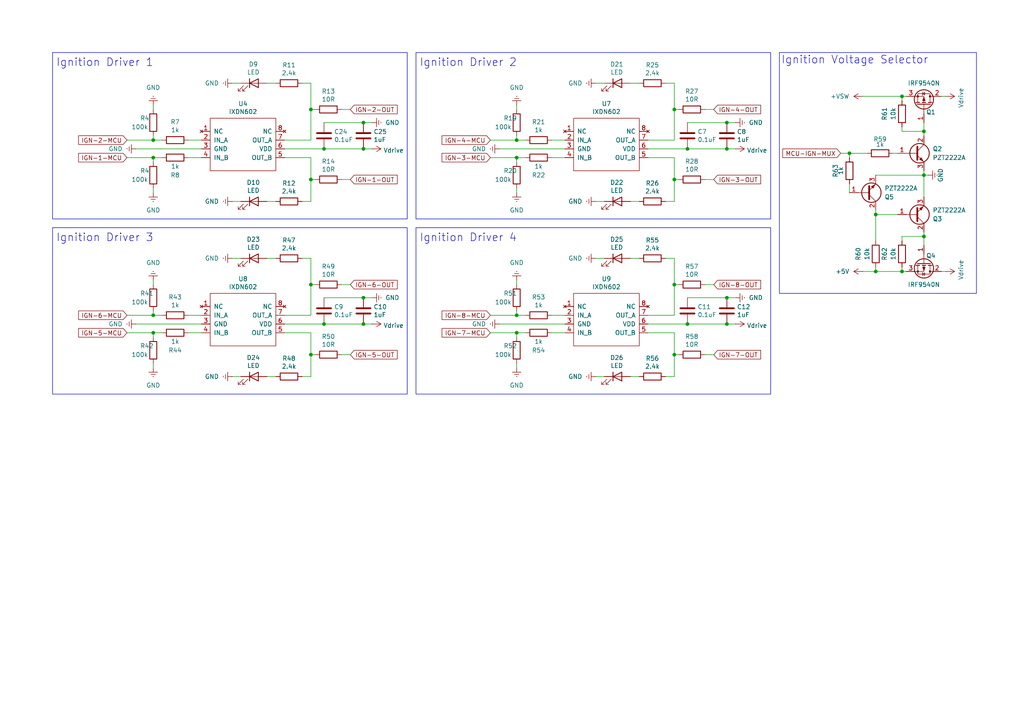
<source format=kicad_sch>
(kicad_sch (version 20250114) (generator "eeschema") (generator_version "9.0")
  (paper "A4")
  (title_block (title "Sopa's Speeduino32 Basic") (date "2025-08-09") (rev "V0.1") (company "Luis Felipe Marcon Brunhara"))
  (rectangle (start 120.65 66.04) (end 223.52 114.3))
  (rectangle (start 120.65 15.24) (end 223.52 63.5))
  (rectangle (start 15.24 66.04) (end 118.11 114.3))
  (rectangle (start 226.06 15.24) (end 283.21 85.09))
  (rectangle (start 15.24 15.24) (end 118.11 63.5))
  (text "Ignition Driver 1" (at 16.256 19.558 0) (effects (font (size 2.2606 2.2606)) (justify left bottom)))
  (text "Ignition Voltage Selector" (at 226.568 18.796 0) (effects (font (size 2.2606 2.2606)) (justify left bottom)))
  (text "Ignition Driver 4" (at 121.666 70.358 0) (effects (font (size 2.2606 2.2606)) (justify left bottom)))
  (text "Ignition Driver 3" (at 16.256 70.358 0) (effects (font (size 2.2606 2.2606)) (justify left bottom)))
  (text "Ignition Driver 2" (at 121.666 19.558 0) (effects (font (size 2.2606 2.2606)) (justify left bottom)))
  (junction (at 195.58 102.87))
  (junction (at 105.41 43.18))
  (junction (at 195.58 52.07))
  (junction (at 90.17 102.87))
  (junction (at 210.82 35.56))
  (junction (at 93.98 43.18))
  (junction (at 195.58 31.75))
  (junction (at 199.39 43.18))
  (junction (at 44.45 96.52))
  (junction (at 90.17 52.07))
  (junction (at 199.39 93.98))
  (junction (at 149.86 91.44))
  (junction (at 195.58 82.55))
  (junction (at 90.17 31.75))
  (junction (at 90.17 82.55))
  (junction (at 261.62 78.74))
  (junction (at 149.86 40.64))
  (junction (at 267.97 50.8))
  (junction (at 149.86 45.72))
  (junction (at 44.45 91.44))
  (junction (at 93.98 93.98))
  (junction (at 261.62 27.94))
  (junction (at 149.86 96.52))
  (junction (at 254 78.74))
  (junction (at 254 62.23))
  (junction (at 267.97 38.1))
  (junction (at 44.45 45.72))
  (junction (at 246.38 44.45))
  (junction (at 44.45 40.64))
  (junction (at 210.82 93.98))
  (junction (at 210.82 86.36))
  (junction (at 105.41 35.56))
  (junction (at 105.41 93.98))
  (junction (at 210.82 43.18))
  (junction (at 105.41 86.36))
  (junction (at 267.97 68.58))
  (wire (pts (xy 44.45 91.44) (xy 46.99 91.44)))
  (wire (pts (xy 254 78.74) (xy 261.62 78.74)))
  (wire (pts (xy 67.31 24.13) (xy 69.85 24.13)))
  (wire (pts (xy 67.31 58.42) (xy 69.85 58.42)))
  (wire (pts (xy 261.62 68.58) (xy 267.97 68.58)))
  (wire (pts (xy 195.58 102.87) (xy 195.58 96.52)))
  (wire (pts (xy 267.97 38.1) (xy 267.97 35.56)))
  (wire (pts (xy 91.44 82.55) (xy 90.17 82.55)))
  (wire (pts (xy 107.95 35.56) (xy 105.41 35.56)))
  (wire (pts (xy 105.41 35.56) (xy 93.98 35.56)))
  (wire (pts (xy 44.45 82.55) (xy 44.45 81.28)))
  (wire (pts (xy 90.17 82.55) (xy 90.17 91.44)))
  (wire (pts (xy 152.4 96.52) (xy 149.86 96.52)))
  (wire (pts (xy 44.45 106.68) (xy 44.45 105.41)))
  (wire (pts (xy 210.82 43.18) (xy 199.39 43.18)))
  (wire (pts (xy 93.98 43.18) (xy 82.55 43.18)))
  (wire (pts (xy 44.45 90.17) (xy 44.45 91.44)))
  (wire (pts (xy 243.84 44.45) (xy 246.38 44.45)))
  (wire (pts (xy 204.47 102.87) (xy 207.01 102.87)))
  (wire (pts (xy 195.58 96.52) (xy 187.96 96.52)))
  (wire (pts (xy 58.42 93.98) (xy 39.37 93.98)))
  (wire (pts (xy 67.31 74.93) (xy 69.85 74.93)))
  (wire (pts (xy 90.17 31.75) (xy 90.17 40.64)))
  (wire (pts (xy 149.86 39.37) (xy 149.86 40.64)))
  (wire (pts (xy 193.04 109.22) (xy 195.58 109.22)))
  (wire (pts (xy 213.36 93.98) (xy 210.82 93.98)))
  (wire (pts (xy 193.04 24.13) (xy 195.58 24.13)))
  (wire (pts (xy 196.85 102.87) (xy 195.58 102.87)))
  (wire (pts (xy 149.86 31.75) (xy 149.86 30.48)))
  (wire (pts (xy 199.39 43.18) (xy 187.96 43.18)))
  (wire (pts (xy 90.17 91.44) (xy 82.55 91.44)))
  (wire (pts (xy 99.06 31.75) (xy 101.6 31.75)))
  (wire (pts (xy 213.36 43.18) (xy 210.82 43.18)))
  (wire (pts (xy 210.82 93.98) (xy 199.39 93.98)))
  (wire (pts (xy 142.24 45.72) (xy 149.86 45.72)))
  (wire (pts (xy 44.45 31.75) (xy 44.45 30.48)))
  (wire (pts (xy 160.02 40.64) (xy 163.83 40.64)))
  (wire (pts (xy 87.63 74.93) (xy 90.17 74.93)))
  (wire (pts (xy 99.06 102.87) (xy 101.6 102.87)))
  (wire (pts (xy 149.86 55.88) (xy 149.86 54.61)))
  (wire (pts (xy 261.62 38.1) (xy 267.97 38.1)))
  (wire (pts (xy 254 62.23) (xy 260.35 62.23)))
  (wire (pts (xy 36.83 40.64) (xy 44.45 40.64)))
  (wire (pts (xy 204.47 52.07) (xy 207.01 52.07)))
  (wire (pts (xy 261.62 69.85) (xy 261.62 68.58)))
  (wire (pts (xy 90.17 40.64) (xy 82.55 40.64)))
  (wire (pts (xy 58.42 43.18) (xy 39.37 43.18)))
  (wire (pts (xy 267.97 49.53) (xy 267.97 50.8)))
  (wire (pts (xy 90.17 109.22) (xy 90.17 102.87)))
  (wire (pts (xy 149.86 106.68) (xy 149.86 105.41)))
  (wire (pts (xy 90.17 58.42) (xy 90.17 52.07)))
  (wire (pts (xy 46.99 45.72) (xy 44.45 45.72)))
  (wire (pts (xy 195.58 24.13) (xy 195.58 31.75)))
  (wire (pts (xy 87.63 109.22) (xy 90.17 109.22)))
  (wire (pts (xy 87.63 24.13) (xy 90.17 24.13)))
  (wire (pts (xy 149.86 40.64) (xy 152.4 40.64)))
  (wire (pts (xy 254 69.85) (xy 254 62.23)))
  (wire (pts (xy 261.62 78.74) (xy 262.89 78.74)))
  (wire (pts (xy 195.58 74.93) (xy 195.58 82.55)))
  (wire (pts (xy 267.97 68.58) (xy 267.97 67.31)))
  (wire (pts (xy 99.06 52.07) (xy 101.6 52.07)))
  (wire (pts (xy 107.95 93.98) (xy 105.41 93.98)))
  (wire (pts (xy 163.83 93.98) (xy 144.78 93.98)))
  (wire (pts (xy 91.44 52.07) (xy 90.17 52.07)))
  (wire (pts (xy 196.85 52.07) (xy 195.58 52.07)))
  (wire (pts (xy 204.47 31.75) (xy 207.01 31.75)))
  (wire (pts (xy 149.86 82.55) (xy 149.86 81.28)))
  (wire (pts (xy 160.02 96.52) (xy 163.83 96.52)))
  (wire (pts (xy 254 78.74) (xy 254 77.47)))
  (wire (pts (xy 250.19 78.74) (xy 254 78.74)))
  (wire (pts (xy 149.86 90.17) (xy 149.86 91.44)))
  (wire (pts (xy 182.88 58.42) (xy 185.42 58.42)))
  (wire (pts (xy 195.58 82.55) (xy 195.58 91.44)))
  (wire (pts (xy 195.58 91.44) (xy 187.96 91.44)))
  (wire (pts (xy 77.47 74.93) (xy 80.01 74.93)))
  (wire (pts (xy 193.04 74.93) (xy 195.58 74.93)))
  (wire (pts (xy 44.45 45.72) (xy 44.45 46.99)))
  (wire (pts (xy 36.83 96.52) (xy 44.45 96.52)))
  (wire (pts (xy 210.82 86.36) (xy 199.39 86.36)))
  (wire (pts (xy 149.86 45.72) (xy 149.86 46.99)))
  (wire (pts (xy 93.98 93.98) (xy 82.55 93.98)))
  (wire (pts (xy 172.72 74.93) (xy 175.26 74.93)))
  (wire (pts (xy 246.38 44.45) (xy 251.46 44.45)))
  (wire (pts (xy 269.24 50.8) (xy 267.97 50.8)))
  (wire (pts (xy 99.06 82.55) (xy 101.6 82.55)))
  (wire (pts (xy 160.02 91.44) (xy 163.83 91.44)))
  (wire (pts (xy 261.62 27.94) (xy 262.89 27.94)))
  (wire (pts (xy 36.83 91.44) (xy 44.45 91.44)))
  (wire (pts (xy 196.85 82.55) (xy 195.58 82.55)))
  (wire (pts (xy 105.41 93.98) (xy 93.98 93.98)))
  (wire (pts (xy 267.97 57.15) (xy 267.97 50.8)))
  (wire (pts (xy 152.4 45.72) (xy 149.86 45.72)))
  (wire (pts (xy 195.58 58.42) (xy 195.58 52.07)))
  (wire (pts (xy 193.04 58.42) (xy 195.58 58.42)))
  (wire (pts (xy 195.58 45.72) (xy 187.96 45.72)))
  (wire (pts (xy 182.88 74.93) (xy 185.42 74.93)))
  (wire (pts (xy 246.38 44.45) (xy 246.38 45.72)))
  (wire (pts (xy 77.47 24.13) (xy 80.01 24.13)))
  (wire (pts (xy 261.62 36.83) (xy 261.62 38.1)))
  (wire (pts (xy 259.08 44.45) (xy 260.35 44.45)))
  (wire (pts (xy 90.17 74.93) (xy 90.17 82.55)))
  (wire (pts (xy 160.02 45.72) (xy 163.83 45.72)))
  (wire (pts (xy 91.44 31.75) (xy 90.17 31.75)))
  (wire (pts (xy 195.58 52.07) (xy 195.58 45.72)))
  (wire (pts (xy 267.97 68.58) (xy 267.97 71.12)))
  (wire (pts (xy 90.17 52.07) (xy 90.17 45.72)))
  (wire (pts (xy 267.97 38.1) (xy 267.97 39.37)))
  (wire (pts (xy 36.83 45.72) (xy 44.45 45.72)))
  (wire (pts (xy 87.63 58.42) (xy 90.17 58.42)))
  (wire (pts (xy 196.85 31.75) (xy 195.58 31.75)))
  (wire (pts (xy 142.24 96.52) (xy 149.86 96.52)))
  (wire (pts (xy 90.17 102.87) (xy 90.17 96.52)))
  (wire (pts (xy 54.61 45.72) (xy 58.42 45.72)))
  (wire (pts (xy 90.17 24.13) (xy 90.17 31.75)))
  (wire (pts (xy 77.47 109.22) (xy 80.01 109.22)))
  (wire (pts (xy 182.88 109.22) (xy 185.42 109.22)))
  (wire (pts (xy 210.82 35.56) (xy 199.39 35.56)))
  (wire (pts (xy 44.45 55.88) (xy 44.45 54.61)))
  (wire (pts (xy 250.19 27.94) (xy 261.62 27.94)))
  (wire (pts (xy 67.31 109.22) (xy 69.85 109.22)))
  (wire (pts (xy 261.62 78.74) (xy 261.62 77.47)))
  (wire (pts (xy 213.36 86.36) (xy 210.82 86.36)))
  (wire (pts (xy 261.62 27.94) (xy 261.62 29.21)))
  (wire (pts (xy 195.58 31.75) (xy 195.58 40.64)))
  (wire (pts (xy 46.99 96.52) (xy 44.45 96.52)))
  (wire (pts (xy 90.17 45.72) (xy 82.55 45.72)))
  (wire (pts (xy 246.38 53.34) (xy 246.38 55.88)))
  (wire (pts (xy 213.36 35.56) (xy 210.82 35.56)))
  (wire (pts (xy 90.17 96.52) (xy 82.55 96.52)))
  (wire (pts (xy 182.88 24.13) (xy 185.42 24.13)))
  (wire (pts (xy 105.41 86.36) (xy 93.98 86.36)))
  (wire (pts (xy 54.61 91.44) (xy 58.42 91.44)))
  (wire (pts (xy 195.58 40.64) (xy 187.96 40.64)))
  (wire (pts (xy 204.47 82.55) (xy 207.01 82.55)))
  (wire (pts (xy 172.72 58.42) (xy 175.26 58.42)))
  (wire (pts (xy 254 50.8) (xy 267.97 50.8)))
  (wire (pts (xy 77.47 58.42) (xy 80.01 58.42)))
  (wire (pts (xy 199.39 93.98) (xy 187.96 93.98)))
  (wire (pts (xy 142.24 40.64) (xy 149.86 40.64)))
  (wire (pts (xy 91.44 102.87) (xy 90.17 102.87)))
  (wire (pts (xy 274.32 27.94) (xy 273.05 27.94)))
  (wire (pts (xy 44.45 96.52) (xy 44.45 97.79)))
  (wire (pts (xy 163.83 43.18) (xy 144.78 43.18)))
  (wire (pts (xy 142.24 91.44) (xy 149.86 91.44)))
  (wire (pts (xy 254 60.96) (xy 254 62.23)))
  (wire (pts (xy 149.86 91.44) (xy 152.4 91.44)))
  (wire (pts (xy 149.86 96.52) (xy 149.86 97.79)))
  (wire (pts (xy 54.61 96.52) (xy 58.42 96.52)))
  (wire (pts (xy 172.72 109.22) (xy 175.26 109.22)))
  (wire (pts (xy 44.45 39.37) (xy 44.45 40.64)))
  (wire (pts (xy 195.58 109.22) (xy 195.58 102.87)))
  (wire (pts (xy 54.61 40.64) (xy 58.42 40.64)))
  (wire (pts (xy 105.41 43.18) (xy 93.98 43.18)))
  (wire (pts (xy 274.32 78.74) (xy 273.05 78.74)))
  (wire (pts (xy 107.95 86.36) (xy 105.41 86.36)))
  (wire (pts (xy 107.95 43.18) (xy 105.41 43.18)))
  (wire (pts (xy 44.45 40.64) (xy 46.99 40.64)))
  (wire (pts (xy 172.72 24.13) (xy 175.26 24.13)))
  (global_label "IGN-3-OUT" (shape input) (at 207.01 52.07 0) (property "Intersheetrefs" "${INTERSHEET_REFS}" (effects (hide yes))))
  (global_label "IGN-4-OUT" (shape input) (at 207.01 31.75 0) (property "Intersheetrefs" "${INTERSHEET_REFS}" (effects (hide yes))))
  (global_label "IGN-1-MCU" (shape input) (at 36.83 45.72 180) (property "Intersheetrefs" "${INTERSHEET_REFS}" (effects (hide yes))))
  (global_label "IGN-4-MCU" (shape input) (at 142.24 40.64 180) (property "Intersheetrefs" "${INTERSHEET_REFS}" (effects (hide yes))))
  (global_label "IGN-1-OUT" (shape input) (at 101.6 52.07 0) (property "Intersheetrefs" "${INTERSHEET_REFS}" (effects (hide yes))))
  (global_label "IGN-6-MCU" (shape input) (at 36.83 91.44 180) (property "Intersheetrefs" "${INTERSHEET_REFS}" (effects (hide yes))))
  (global_label "IGN-2-OUT" (shape input) (at 101.6 31.75 0) (property "Intersheetrefs" "${INTERSHEET_REFS}" (effects (hide yes))))
  (global_label "IGN-6-OUT" (shape input) (at 101.6 82.55 0) (property "Intersheetrefs" "${INTERSHEET_REFS}" (effects (hide yes))))
  (global_label "IGN-5-OUT" (shape input) (at 101.6 102.87 0) (property "Intersheetrefs" "${INTERSHEET_REFS}" (effects (hide yes))))
  (global_label "MCU-IGN-MUX" (shape input) (at 243.84 44.45 180) (property "Intersheetrefs" "${INTERSHEET_REFS}" (effects (hide yes))))
  (global_label "IGN-7-MCU" (shape input) (at 142.24 96.52 180) (property "Intersheetrefs" "${INTERSHEET_REFS}" (effects (hide yes))))
  (global_label "IGN-7-OUT" (shape input) (at 207.01 102.87 0) (property "Intersheetrefs" "${INTERSHEET_REFS}" (effects (hide yes))))
  (global_label "IGN-3-MCU" (shape input) (at 142.24 45.72 180) (property "Intersheetrefs" "${INTERSHEET_REFS}" (effects (hide yes))))
  (global_label "IGN-5-MCU" (shape input) (at 36.83 96.52 180) (property "Intersheetrefs" "${INTERSHEET_REFS}" (effects (hide yes))))
  (global_label "IGN-8-OUT" (shape input) (at 207.01 82.55 0) (property "Intersheetrefs" "${INTERSHEET_REFS}" (effects (hide yes))))
  (global_label "IGN-8-MCU" (shape input) (at 142.24 91.44 180) (property "Intersheetrefs" "${INTERSHEET_REFS}" (effects (hide yes))))
  (global_label "IGN-2-MCU" (shape input) (at 36.83 40.64 180) (property "Intersheetrefs" "${INTERSHEET_REFS}" (effects (hide yes))))
  (symbol (lib_id "Device:R") (at 50.8 40.64 270) (unit 1)
    (property "Reference" "R7" (at 50.8 35.3822 90))
    (property "Value" "1k" (at 50.8 37.6936 90))
    (property "Footprint" "Resistor_SMD:R_0805_2012Metric" (effects (hide yes)))
    (property "Digikey Part Number" "311-1.00KCRCT-ND" (effects (hide yes)))
    (property "Manufacturer_Name" "Yageo" (effects (hide yes)))
    (property "Manufacturer_Part_Number" "RC0805FR-071KL" (effects (hide yes)))
    (property "URL" "https://www.digikey.com/product-detail/en/yageo/RC0805FR-071KL/311-1.00KCRCT-ND/730391" (effects (hide yes)))
  )
  (symbol (lib_id "Device:R") (at 50.8 45.72 270) (unit 1)
    (property "Reference" "R8" (at 50.8 50.8 90))
    (property "Value" "1k" (at 50.8 48.26 90))
    (property "Footprint" "Resistor_SMD:R_0805_2012Metric" (effects (hide yes)))
    (property "Digikey Part Number" "311-1.00KCRCT-ND" (effects (hide yes)))
    (property "Manufacturer_Name" "Yageo" (effects (hide yes)))
    (property "Manufacturer_Part_Number" "RC0805FR-071KL" (effects (hide yes)))
    (property "URL" "https://www.digikey.com/product-detail/en/yageo/RC0805FR-071KL/311-1.00KCRCT-ND/730391" (effects (hide yes)))
  )
  (symbol (lib_id "Device:R") (at 44.45 50.8 180) (unit 1)
    (property "Reference" "R4" (at 40.64 49.53 0) (effects (justify right)))
    (property "Value" "100k" (at 38.1 52.07 0) (effects (justify right)))
    (property "Footprint" "Resistor_SMD:R_0805_2012Metric" (effects (hide yes)))
    (property "Digikey Part Number" "311-100KCRCT-ND" (effects (hide yes)))
    (property "Manufacturer_Name" "Yageo" (effects (hide yes)))
    (property "Manufacturer_Part_Number" "RC0805FR-07100KL" (effects (hide yes)))
    (property "URL" "https://www.digikey.com/product-detail/en/yageo/RC0805FR-07100KL/311-100KCRCT-ND/730491" (effects (hide yes)))
  )
  (symbol (lib_id "Device:R") (at 83.82 24.13 270) (unit 1)
    (property "Reference" "R11" (at 83.82 18.8722 90))
    (property "Value" "2.4k" (at 83.82 21.1836 90))
    (property "Footprint" "Resistor_SMD:R_0805_2012Metric" (effects (hide yes)))
    (property "Digikey Part Number" "311-2.40KCRCT-ND" (effects (hide yes)))
    (property "Manufacturer_Name" "Yageo" (effects (hide yes)))
    (property "Manufacturer_Part_Number" "RC0805FR-072K4L" (effects (hide yes)))
    (property "URL" "https://www.digikey.com/product-detail/en/yageo/RC0805FR-072K4L/311-2.40KCRCT-ND/730637" (effects (hide yes)))
  )
  (symbol (lib_id "Device:R") (at 83.82 58.42 270) (unit 1)
    (property "Reference" "R12" (at 83.82 53.1622 90))
    (property "Value" "2.4k" (at 83.82 55.4736 90))
    (property "Footprint" "Resistor_SMD:R_0805_2012Metric" (effects (hide yes)))
    (property "Digikey Part Number" "311-2.40KCRCT-ND" (effects (hide yes)))
    (property "Manufacturer_Name" "Yageo" (effects (hide yes)))
    (property "Manufacturer_Part_Number" "RC0805FR-072K4L" (effects (hide yes)))
    (property "URL" "https://www.digikey.com/product-detail/en/yageo/RC0805FR-072K4L/311-2.40KCRCT-ND/730637" (effects (hide yes)))
  )
  (symbol (lib_id "power:Vdrive") (at 107.95 43.18 270) (unit 1)
    (property "Reference" "#PWR0102" (effects (hide yes)))
    (property "Value" "Vdrive" (at 111.2012 43.6118 90) (effects (justify left)))
  )
  (symbol (lib_id "Device:C") (at 93.98 39.37 0) (unit 1)
    (property "Reference" "C24" (at 96.901 38.2016 0) (effects (justify left)))
    (property "Value" "0.1uF" (at 96.901 40.513 0) (effects (justify left)))
    (property "Footprint" "Capacitor_SMD:C_0805_2012Metric" (effects (hide yes)))
    (property "Digikey Part Number" "311-1140-1-ND" (effects (hide yes)))
    (property "Manufacturer_Name" "Yageo" (effects (hide yes)))
    (property "Manufacturer_Part_Number" "CC0805KRX7R9BB104" (effects (hide yes)))
    (property "URL" "https://www.digikey.com.au/product-detail/en/yageo/CC0805KRX7R9BB104/311-1140-1-ND/303050" (effects (hide yes)))
  )
  (symbol (lib_id "Device:C") (at 105.41 39.37 0) (unit 1)
    (property "Reference" "C25" (at 108.331 38.2016 0) (effects (justify left)))
    (property "Value" "1uF" (at 108.331 40.513 0) (effects (justify left)))
    (property "Footprint" "Capacitor_SMD:C_0805_2012Metric" (effects (hide yes)))
    (property "Digikey Part Number" "311-1365-1-ND" (effects (hide yes)))
    (property "Manufacturer_Name" "Yageo" (effects (hide yes)))
    (property "Manufacturer_Part_Number" "CC0805KKX7R7BB105" (effects (hide yes)))
    (property "URL" "https://www.digikey.com/product-detail/en/yageo/CC0805KKX7R7BB105/311-1365-1-ND/2103149" (effects (hide yes)))
  )
  (symbol (lib_id "Device:R") (at 95.25 31.75 270) (unit 1)
    (property "Reference" "R13" (at 95.25 26.4922 90))
    (property "Value" "10R" (at 95.25 28.8036 90))
    (property "Footprint" "Resistor_SMD:R_1206_3216Metric" (effects (hide yes)))
    (property "Digikey Part Number" "311-10.0FRCT-ND" (effects (hide yes)))
    (property "Manufacturer_Name" "Yageo" (effects (hide yes)))
    (property "Manufacturer_Part_Number" "RC1206FR-0710RL" (effects (hide yes)))
    (property "URL" "https://www.digikey.com/en/products/detail/yageo/RC1206FR-0710RL/728482" (effects (hide yes)))
  )
  (symbol (lib_id "Device:R") (at 95.25 52.07 270) (unit 1)
    (property "Reference" "R14" (at 95.25 46.8122 90))
    (property "Value" "10R" (at 95.25 49.1236 90))
    (property "Footprint" "Resistor_SMD:R_1206_3216Metric" (effects (hide yes)))
    (property "Digikey Part Number" "311-10.0FRCT-ND" (effects (hide yes)))
    (property "Manufacturer_Name" "Yageo" (effects (hide yes)))
    (property "Manufacturer_Part_Number" "RC1206FR-0710RL" (effects (hide yes)))
    (property "URL" "https://www.digikey.com/en/products/detail/yageo/RC1206FR-0710RL/728482" (effects (hide yes)))
  )
  (symbol (lib_id "Device:R") (at 50.8 91.44 270) (unit 1)
    (property "Reference" "R43" (at 50.8 86.1822 90))
    (property "Value" "1k" (at 50.8 88.4936 90))
    (property "Footprint" "Resistor_SMD:R_0805_2012Metric" (effects (hide yes)))
    (property "Digikey Part Number" "311-1.00KCRCT-ND" (effects (hide yes)))
    (property "Manufacturer_Name" "Yageo" (effects (hide yes)))
    (property "Manufacturer_Part_Number" "RC0805FR-071KL" (effects (hide yes)))
    (property "URL" "https://www.digikey.com/product-detail/en/yageo/RC0805FR-071KL/311-1.00KCRCT-ND/730391" (effects (hide yes)))
  )
  (symbol (lib_id "power:Vdrive") (at 274.32 27.94 270) (unit 1)
    (property "Reference" "#PWR069" (effects (hide yes)))
    (property "Value" "Vdrive" (at 278.7142 28.3972 0))
  )
  (symbol (lib_id "power:GNDREF") (at 172.72 74.93 270) (unit 1)
    (property "Reference" "#PWR060" (effects (hide yes)))
    (property "Value" "GND" (at 168.91 74.9299 90) (effects (justify right)))
    (property "Description" "Power symbol creates a global label with name \"GNDREF\" , reference supply ground" (effects (hide yes)))
  )
  (symbol (lib_id "Device:R") (at 189.23 109.22 270) (unit 1)
    (property "Reference" "R56" (at 189.23 103.9622 90))
    (property "Value" "2.4k" (at 189.23 106.2736 90))
    (property "Footprint" "Resistor_SMD:R_0805_2012Metric" (effects (hide yes)))
    (property "Digikey Part Number" "311-2.40KCRCT-ND" (effects (hide yes)))
    (property "Manufacturer_Name" "Yageo" (effects (hide yes)))
    (property "Manufacturer_Part_Number" "RC0805FR-072K4L" (effects (hide yes)))
    (property "URL" "https://www.digikey.com/product-detail/en/yageo/RC0805FR-072K4L/311-2.40KCRCT-ND/730637" (effects (hide yes)))
  )
  (symbol (lib_id "Device:R") (at 149.86 86.36 180) (unit 1)
    (property "Reference" "R51" (at 146.05 85.09 0) (effects (justify right)))
    (property "Value" "100k" (at 143.51 87.63 0) (effects (justify right)))
    (property "Footprint" "Resistor_SMD:R_0805_2012Metric" (effects (hide yes)))
    (property "Digikey Part Number" "311-100KCRCT-ND" (effects (hide yes)))
    (property "Manufacturer_Name" "Yageo" (effects (hide yes)))
    (property "Manufacturer_Part_Number" "RC0805FR-07100KL" (effects (hide yes)))
    (property "URL" "https://www.digikey.com/product-detail/en/yageo/RC0805FR-07100KL/311-100KCRCT-ND/730491" (effects (hide yes)))
  )
  (symbol (lib_id "Device:LED") (at 179.07 24.13 0) (unit 1)
    (property "Reference" "D21" (at 178.8922 18.6436 0))
    (property "Value" "LED" (at 178.8922 20.955 0))
    (property "Footprint" "LED_SMD:LED_0805_2012Metric" (effects (hide yes)))
    (property "Digikey Part Number" "475-1415-1-ND" (effects (hide yes)))
    (property "Manufacturer_Name" "Osram" (effects (hide yes)))
    (property "Manufacturer_Part_Number" "LH R974-LP-1" (effects (hide yes)))
    (property "URL" "https://www.digikey.com/product-detail/en/osram-opto-semiconductors-inc/LH-R974-LP-1/475-1415-1-ND/1802604" (effects (hide yes)))
  )
  (symbol (lib_id "power:GNDREF") (at 44.45 55.88 0) (unit 1)
    (property "Reference" "#PWR042" (effects (hide yes)))
    (property "Value" "GND" (at 44.45 60.96 0))
    (property "Description" "Power symbol creates a global label with name \"GNDREF\" , reference supply ground" (effects (hide yes)))
  )
  (symbol (lib_id "power:GNDREF") (at 149.86 106.68 0) (unit 1)
    (property "Reference" "#PWR059" (effects (hide yes)))
    (property "Value" "GND" (at 149.86 111.76 0))
    (property "Description" "Power symbol creates a global label with name \"GNDREF\" , reference supply ground" (effects (hide yes)))
  )
  (symbol (lib_id "power:Vdrive") (at 213.36 43.18 270) (unit 1)
    (property "Reference" "#PWR049" (effects (hide yes)))
    (property "Value" "Vdrive" (at 216.6112 43.6118 90) (effects (justify left)))
  )
  (symbol (lib_id "Device:R") (at 156.21 91.44 270) (unit 1)
    (property "Reference" "R53" (at 156.21 86.1822 90))
    (property "Value" "1k" (at 156.21 88.4936 90))
    (property "Footprint" "Resistor_SMD:R_0805_2012Metric" (effects (hide yes)))
    (property "Digikey Part Number" "311-1.00KCRCT-ND" (effects (hide yes)))
    (property "Manufacturer_Name" "Yageo" (effects (hide yes)))
    (property "Manufacturer_Part_Number" "RC0805FR-071KL" (effects (hide yes)))
    (property "URL" "https://www.digikey.com/product-detail/en/yageo/RC0805FR-071KL/311-1.00KCRCT-ND/730391" (effects (hide yes)))
  )
  (symbol (lib_id "Device:R") (at 44.45 101.6 180) (unit 1)
    (property "Reference" "R42" (at 40.64 100.33 0) (effects (justify right)))
    (property "Value" "100k" (at 38.1 102.87 0) (effects (justify right)))
    (property "Footprint" "Resistor_SMD:R_0805_2012Metric" (effects (hide yes)))
    (property "Digikey Part Number" "311-100KCRCT-ND" (effects (hide yes)))
    (property "Manufacturer_Name" "Yageo" (effects (hide yes)))
    (property "Manufacturer_Part_Number" "RC0805FR-07100KL" (effects (hide yes)))
    (property "URL" "https://www.digikey.com/product-detail/en/yageo/RC0805FR-07100KL/311-100KCRCT-ND/730491" (effects (hide yes)))
  )
  (symbol (lib_id "v0.4.4c-rescue:TC4424A-IC_Automotive") (at 86.36 71.12 0) (unit 1)
    (property "Reference" "U4" (at 70.485 30.099 0))
    (property "Value" "IXDN602" (at 70.485 32.4104 0))
    (property "Footprint" "Package_SO:SOIC-8_3.9x4.9mm_P1.27mm" (effects (hide yes)))
    (property "Digikey Part Number" "212-IXDN602SIACT-ND" (effects (hide yes)))
    (property "Manufacturer_Name" "IXYS" (effects (hide yes)))
    (property "Manufacturer_Part_Number" "IXDN602SIATR" (effects (hide yes)))
    (property "URL" "https://www.digikey.com/en/products/detail/ixys-integrated-circuits-division/IXDN602SIATR/2424695" (effects (hide yes)))
  )
  (symbol (lib_id "v0.4.4c-rescue:TC4424A-IC_Automotive") (at 191.77 121.92 0) (unit 1)
    (property "Reference" "U9" (at 175.895 80.899 0))
    (property "Value" "IXDN602" (at 175.895 83.2104 0))
    (property "Footprint" "Package_SO:SOIC-8_3.9x4.9mm_P1.27mm" (effects (hide yes)))
    (property "Digikey Part Number" "212-IXDN602SIACT-ND" (effects (hide yes)))
    (property "Manufacturer_Name" "IXYS" (effects (hide yes)))
    (property "Manufacturer_Part_Number" "IXDN602SIATR" (effects (hide yes)))
    (property "URL" "https://www.digikey.com/en/products/detail/ixys-integrated-circuits-division/IXDN602SIATR/2424695" (effects (hide yes)))
  )
  (symbol (lib_id "Device:R") (at 44.45 86.36 180) (unit 1)
    (property "Reference" "R41" (at 40.64 85.09 0) (effects (justify right)))
    (property "Value" "100k" (at 38.1 87.63 0) (effects (justify right)))
    (property "Footprint" "Resistor_SMD:R_0805_2012Metric" (effects (hide yes)))
    (property "Digikey Part Number" "311-100KCRCT-ND" (effects (hide yes)))
    (property "Manufacturer_Name" "Yageo" (effects (hide yes)))
    (property "Manufacturer_Part_Number" "RC0805FR-07100KL" (effects (hide yes)))
    (property "URL" "https://www.digikey.com/product-detail/en/yageo/RC0805FR-07100KL/311-100KCRCT-ND/730491" (effects (hide yes)))
  )
  (symbol (lib_id "Device:LED") (at 73.66 109.22 0) (unit 1)
    (property "Reference" "D24" (at 73.4822 103.7336 0))
    (property "Value" "LED" (at 73.4822 106.045 0))
    (property "Footprint" "LED_SMD:LED_0805_2012Metric" (effects (hide yes)))
    (property "Digikey Part Number" "475-1415-1-ND" (effects (hide yes)))
    (property "Manufacturer_Name" "Osram" (effects (hide yes)))
    (property "Manufacturer_Part_Number" "LH R974-LP-1" (effects (hide yes)))
    (property "URL" "https://www.digikey.com/product-detail/en/osram-opto-semiconductors-inc/LH-R974-LP-1/475-1415-1-ND/1802604" (effects (hide yes)))
  )
  (symbol (lib_id "power:+VSW") (at 250.19 27.94 90) (unit 1)
    (property "Reference" "#PWR068" (effects (hide yes)))
    (property "Value" "+VSW" (at 246.38 27.9399 90) (effects (justify left)))
    (property "Description" "Power symbol creates a global label with name \"+VSW\"" (effects (hide yes)))
  )
  (symbol (lib_id "power:GNDREF") (at 172.72 24.13 270) (unit 1)
    (property "Reference" "#PWR024" (effects (hide yes)))
    (property "Value" "GND" (at 168.91 24.1299 90) (effects (justify right)))
    (property "Description" "Power symbol creates a global label with name \"GNDREF\" , reference supply ground" (effects (hide yes)))
  )
  (symbol (lib_id "power:GNDREF") (at 149.86 81.28 180) (unit 1)
    (property "Reference" "#PWR058" (effects (hide yes)))
    (property "Value" "GND" (at 149.86 76.2 0))
    (property "Description" "Power symbol creates a global label with name \"GNDREF\" , reference supply ground" (effects (hide yes)))
  )
  (symbol (lib_id "Device:R") (at 149.86 50.8 180) (unit 1)
    (property "Reference" "R20" (at 146.05 49.53 0) (effects (justify right)))
    (property "Value" "100k" (at 143.51 52.07 0) (effects (justify right)))
    (property "Footprint" "Resistor_SMD:R_0805_2012Metric" (effects (hide yes)))
    (property "Digikey Part Number" "311-100KCRCT-ND" (effects (hide yes)))
    (property "Manufacturer_Name" "Yageo" (effects (hide yes)))
    (property "Manufacturer_Part_Number" "RC0805FR-07100KL" (effects (hide yes)))
    (property "URL" "https://www.digikey.com/product-detail/en/yageo/RC0805FR-07100KL/311-100KCRCT-ND/730491" (effects (hide yes)))
  )
  (symbol (lib_id "power:GNDREF") (at 144.78 93.98 270) (unit 1)
    (property "Reference" "#PWR057" (effects (hide yes)))
    (property "Value" "GND" (at 140.97 93.9799 90) (effects (justify right)))
    (property "Description" "Power symbol creates a global label with name \"GNDREF\" , reference supply ground" (effects (hide yes)))
  )
  (symbol (lib_id "Device:R") (at 50.8 96.52 270) (unit 1)
    (property "Reference" "R44" (at 50.8 101.6 90))
    (property "Value" "1k" (at 50.8 99.06 90))
    (property "Footprint" "Resistor_SMD:R_0805_2012Metric" (effects (hide yes)))
    (property "Digikey Part Number" "311-1.00KCRCT-ND" (effects (hide yes)))
    (property "Manufacturer_Name" "Yageo" (effects (hide yes)))
    (property "Manufacturer_Part_Number" "RC0805FR-071KL" (effects (hide yes)))
    (property "URL" "https://www.digikey.com/product-detail/en/yageo/RC0805FR-071KL/311-1.00KCRCT-ND/730391" (effects (hide yes)))
  )
  (symbol (lib_id "Device:R") (at 156.21 96.52 270) (unit 1)
    (property "Reference" "R54" (at 156.21 101.6 90))
    (property "Value" "1k" (at 156.21 99.06 90))
    (property "Footprint" "Resistor_SMD:R_0805_2012Metric" (effects (hide yes)))
    (property "Digikey Part Number" "311-1.00KCRCT-ND" (effects (hide yes)))
    (property "Manufacturer_Name" "Yageo" (effects (hide yes)))
    (property "Manufacturer_Part_Number" "RC0805FR-071KL" (effects (hide yes)))
    (property "URL" "https://www.digikey.com/product-detail/en/yageo/RC0805FR-071KL/311-1.00KCRCT-ND/730391" (effects (hide yes)))
  )
  (symbol (lib_id "Device:R") (at 254 73.66 0) (mirror y) (unit 1)
    (property "Reference" "R60" (at 248.92 73.66 90))
    (property "Value" "10k" (at 251.46 73.66 90))
    (property "Footprint" "Resistor_SMD:R_0805_2012Metric" (effects (hide yes)))
    (property "Digikey Part Number" "311-1.00KCRCT-ND" (effects (hide yes)))
    (property "Manufacturer_Name" "Yageo" (effects (hide yes)))
    (property "Manufacturer_Part_Number" "RC0805FR-071KL" (effects (hide yes)))
    (property "URL" "https://www.digikey.com/product-detail/en/yageo/RC0805FR-071KL/311-1.00KCRCT-ND/730391" (effects (hide yes)))
  )
  (symbol (lib_id "Device:LED") (at 179.07 109.22 0) (unit 1)
    (property "Reference" "D26" (at 178.8922 103.7336 0))
    (property "Value" "LED" (at 178.8922 106.045 0))
    (property "Footprint" "LED_SMD:LED_0805_2012Metric" (effects (hide yes)))
    (property "Digikey Part Number" "475-1415-1-ND" (effects (hide yes)))
    (property "Manufacturer_Name" "Osram" (effects (hide yes)))
    (property "Manufacturer_Part_Number" "LH R974-LP-1" (effects (hide yes)))
    (property "URL" "https://www.digikey.com/product-detail/en/osram-opto-semiconductors-inc/LH-R974-LP-1/475-1415-1-ND/1802604" (effects (hide yes)))
  )
  (symbol (lib_id "power:GNDREF") (at 144.78 43.18 270) (unit 1)
    (property "Reference" "#PWR019" (effects (hide yes)))
    (property "Value" "GND" (at 140.97 43.1799 90) (effects (justify right)))
    (property "Description" "Power symbol creates a global label with name \"GNDREF\" , reference supply ground" (effects (hide yes)))
  )
  (symbol (lib_id "Device:LED") (at 73.66 24.13 0) (unit 1)
    (property "Reference" "D9" (at 73.4822 18.6436 0))
    (property "Value" "LED" (at 73.4822 20.955 0))
    (property "Footprint" "LED_SMD:LED_0805_2012Metric" (effects (hide yes)))
    (property "Digikey Part Number" "475-1415-1-ND" (effects (hide yes)))
    (property "Manufacturer_Name" "Osram" (effects (hide yes)))
    (property "Manufacturer_Part_Number" "LH R974-LP-1" (effects (hide yes)))
    (property "URL" "https://www.digikey.com/product-detail/en/osram-opto-semiconductors-inc/LH-R974-LP-1/475-1415-1-ND/1802604" (effects (hide yes)))
  )
  (symbol (lib_id "Device:C") (at 105.41 90.17 0) (unit 1)
    (property "Reference" "C10" (at 108.331 89.0016 0) (effects (justify left)))
    (property "Value" "1uF" (at 108.331 91.313 0) (effects (justify left)))
    (property "Footprint" "Capacitor_SMD:C_0805_2012Metric" (effects (hide yes)))
    (property "Digikey Part Number" "311-1365-1-ND" (effects (hide yes)))
    (property "Manufacturer_Name" "Yageo" (effects (hide yes)))
    (property "Manufacturer_Part_Number" "CC0805KKX7R7BB105" (effects (hide yes)))
    (property "URL" "https://www.digikey.com/product-detail/en/yageo/CC0805KKX7R7BB105/311-1365-1-ND/2103149" (effects (hide yes)))
  )
  (symbol (lib_id "Device:R") (at 200.66 82.55 270) (unit 1)
    (property "Reference" "R57" (at 200.66 77.2922 90))
    (property "Value" "10R" (at 200.66 79.6036 90))
    (property "Footprint" "Resistor_SMD:R_1206_3216Metric" (effects (hide yes)))
    (property "Digikey Part Number" "311-10.0FRCT-ND" (effects (hide yes)))
    (property "Manufacturer_Name" "Yageo" (effects (hide yes)))
    (property "Manufacturer_Part_Number" "RC1206FR-0710RL" (effects (hide yes)))
    (property "URL" "https://www.digikey.com/en/products/detail/yageo/RC1206FR-0710RL/728482" (effects (hide yes)))
  )
  (symbol (lib_id "power:GNDREF") (at 149.86 55.88 0) (unit 1)
    (property "Reference" "#PWR023" (effects (hide yes)))
    (property "Value" "GND" (at 149.86 60.96 0))
    (property "Description" "Power symbol creates a global label with name \"GNDREF\" , reference supply ground" (effects (hide yes)))
  )
  (symbol (lib_id "Device:R") (at 189.23 58.42 270) (unit 1)
    (property "Reference" "R26" (at 189.23 53.1622 90))
    (property "Value" "2.4k" (at 189.23 55.4736 90))
    (property "Footprint" "Resistor_SMD:R_0805_2012Metric" (effects (hide yes)))
    (property "Digikey Part Number" "311-2.40KCRCT-ND" (effects (hide yes)))
    (property "Manufacturer_Name" "Yageo" (effects (hide yes)))
    (property "Manufacturer_Part_Number" "RC0805FR-072K4L" (effects (hide yes)))
    (property "URL" "https://www.digikey.com/product-detail/en/yageo/RC0805FR-072K4L/311-2.40KCRCT-ND/730637" (effects (hide yes)))
  )
  (symbol (lib_id "Device:C") (at 93.98 90.17 0) (unit 1)
    (property "Reference" "C9" (at 96.901 89.0016 0) (effects (justify left)))
    (property "Value" "0.1uF" (at 96.901 91.313 0) (effects (justify left)))
    (property "Footprint" "Capacitor_SMD:C_0805_2012Metric" (effects (hide yes)))
    (property "Digikey Part Number" "311-1140-1-ND" (effects (hide yes)))
    (property "Manufacturer_Name" "Yageo" (effects (hide yes)))
    (property "Manufacturer_Part_Number" "CC0805KRX7R9BB104" (effects (hide yes)))
    (property "URL" "https://www.digikey.com.au/product-detail/en/yageo/CC0805KRX7R9BB104/311-1140-1-ND/303050" (effects (hide yes)))
  )
  (symbol (lib_id "power:GNDREF") (at 44.45 106.68 0) (unit 1)
    (property "Reference" "#PWR052" (effects (hide yes)))
    (property "Value" "GND" (at 44.45 111.76 0))
    (property "Description" "Power symbol creates a global label with name \"GNDREF\" , reference supply ground" (effects (hide yes)))
  )
  (symbol (lib_id "Device:R") (at 149.86 35.56 180) (unit 1)
    (property "Reference" "R19" (at 146.05 34.29 0) (effects (justify right)))
    (property "Value" "100k" (at 143.51 36.83 0) (effects (justify right)))
    (property "Footprint" "Resistor_SMD:R_0805_2012Metric" (effects (hide yes)))
    (property "Digikey Part Number" "311-100KCRCT-ND" (effects (hide yes)))
    (property "Manufacturer_Name" "Yageo" (effects (hide yes)))
    (property "Manufacturer_Part_Number" "RC0805FR-07100KL" (effects (hide yes)))
    (property "URL" "https://www.digikey.com/product-detail/en/yageo/RC0805FR-07100KL/311-100KCRCT-ND/730491" (effects (hide yes)))
  )
  (symbol (lib_id "power:GNDREF") (at 67.31 58.42 270) (unit 1)
    (property "Reference" "#PWR045" (effects (hide yes)))
    (property "Value" "GND" (at 63.5 58.4199 90) (effects (justify right)))
    (property "Description" "Power symbol creates a global label with name \"GNDREF\" , reference supply ground" (effects (hide yes)))
  )
  (symbol (lib_id "Device:LED") (at 73.66 58.42 0) (unit 1)
    (property "Reference" "D10" (at 73.4822 52.9336 0))
    (property "Value" "LED" (at 73.4822 55.245 0))
    (property "Footprint" "LED_SMD:LED_0805_2012Metric" (effects (hide yes)))
    (property "Digikey Part Number" "475-1415-1-ND" (effects (hide yes)))
    (property "Manufacturer_Name" "Osram" (effects (hide yes)))
    (property "Manufacturer_Part_Number" "LH R974-LP-1" (effects (hide yes)))
    (property "URL" "https://www.digikey.com/product-detail/en/osram-opto-semiconductors-inc/LH-R974-LP-1/475-1415-1-ND/1802604" (effects (hide yes)))
  )
  (symbol (lib_id "power:GNDREF") (at 44.45 81.28 180) (unit 1)
    (property "Reference" "#PWR051" (effects (hide yes)))
    (property "Value" "GND" (at 44.45 76.2 0))
    (property "Description" "Power symbol creates a global label with name \"GNDREF\" , reference supply ground" (effects (hide yes)))
  )
  (symbol (lib_id "Device:LED") (at 179.07 74.93 0) (unit 1)
    (property "Reference" "D25" (at 178.8922 69.4436 0))
    (property "Value" "LED" (at 178.8922 71.755 0))
    (property "Footprint" "LED_SMD:LED_0805_2012Metric" (effects (hide yes)))
    (property "Digikey Part Number" "475-1415-1-ND" (effects (hide yes)))
    (property "Manufacturer_Name" "Osram" (effects (hide yes)))
    (property "Manufacturer_Part_Number" "LH R974-LP-1" (effects (hide yes)))
    (property "URL" "https://www.digikey.com/product-detail/en/osram-opto-semiconductors-inc/LH-R974-LP-1/475-1415-1-ND/1802604" (effects (hide yes)))
  )
  (symbol (lib_id "Device:R") (at 83.82 109.22 270) (unit 1)
    (property "Reference" "R48" (at 83.82 103.9622 90))
    (property "Value" "2.4k" (at 83.82 106.2736 90))
    (property "Footprint" "Resistor_SMD:R_0805_2012Metric" (effects (hide yes)))
    (property "Digikey Part Number" "311-2.40KCRCT-ND" (effects (hide yes)))
    (property "Manufacturer_Name" "Yageo" (effects (hide yes)))
    (property "Manufacturer_Part_Number" "RC0805FR-072K4L" (effects (hide yes)))
    (property "URL" "https://www.digikey.com/product-detail/en/yageo/RC0805FR-072K4L/311-2.40KCRCT-ND/730637" (effects (hide yes)))
  )
  (symbol (lib_id "power:GNDREF") (at 44.45 30.48 180) (unit 1)
    (property "Reference" "#PWR043" (effects (hide yes)))
    (property "Value" "GND" (at 44.45 25.4 0))
    (property "Description" "Power symbol creates a global label with name \"GNDREF\" , reference supply ground" (effects (hide yes)))
  )
  (symbol (lib_id "power:Vdrive") (at 107.95 93.98 270) (unit 1)
    (property "Reference" "#PWR056" (effects (hide yes)))
    (property "Value" "Vdrive" (at 111.2012 94.4118 90) (effects (justify left)))
  )
  (symbol (lib_id "Device:R") (at 246.38 49.53 180) (unit 1)
    (property "Reference" "R63" (at 242.316 49.53 90))
    (property "Value" "1k" (at 243.84 49.53 90))
    (property "Footprint" "Resistor_SMD:R_0805_2012Metric" (effects (hide yes)))
    (property "Digikey Part Number" "311-1.00KCRCT-ND" (effects (hide yes)))
    (property "Manufacturer_Name" "Yageo" (effects (hide yes)))
    (property "Manufacturer_Part_Number" "RC0805FR-071KL" (effects (hide yes)))
    (property "URL" "https://www.digikey.com/product-detail/en/yageo/RC0805FR-071KL/311-1.00KCRCT-ND/730391" (effects (hide yes)))
  )
  (symbol (lib_id "v0.4.4c-rescue:TC4424A-IC_Automotive") (at 86.36 121.92 0) (unit 1)
    (property "Reference" "U8" (at 70.485 80.899 0))
    (property "Value" "IXDN602" (at 70.485 83.2104 0))
    (property "Footprint" "Package_SO:SOIC-8_3.9x4.9mm_P1.27mm" (effects (hide yes)))
    (property "Digikey Part Number" "212-IXDN602SIACT-ND" (effects (hide yes)))
    (property "Manufacturer_Name" "IXYS" (effects (hide yes)))
    (property "Manufacturer_Part_Number" "IXDN602SIATR" (effects (hide yes)))
    (property "URL" "https://www.digikey.com/en/products/detail/ixys-integrated-circuits-division/IXDN602SIATR/2424695" (effects (hide yes)))
  )
  (symbol (lib_id "power:GNDREF") (at 172.72 109.22 270) (unit 1)
    (property "Reference" "#PWR061" (effects (hide yes)))
    (property "Value" "GND" (at 168.91 109.2199 90) (effects (justify right)))
    (property "Description" "Power symbol creates a global label with name \"GNDREF\" , reference supply ground" (effects (hide yes)))
  )
  (symbol (lib_id "Device:C") (at 210.82 90.17 0) (unit 1)
    (property "Reference" "C12" (at 213.741 89.0016 0) (effects (justify left)))
    (property "Value" "1uF" (at 213.741 91.313 0) (effects (justify left)))
    (property "Footprint" "Capacitor_SMD:C_0805_2012Metric" (effects (hide yes)))
    (property "Digikey Part Number" "311-1365-1-ND" (effects (hide yes)))
    (property "Manufacturer_Name" "Yageo" (effects (hide yes)))
    (property "Manufacturer_Part_Number" "CC0805KKX7R7BB105" (effects (hide yes)))
    (property "URL" "https://www.digikey.com/product-detail/en/yageo/CC0805KKX7R7BB105/311-1365-1-ND/2103149" (effects (hide yes)))
  )
  (symbol (lib_id "Device:C") (at 210.82 39.37 0) (unit 1)
    (property "Reference" "C8" (at 213.741 38.2016 0) (effects (justify left)))
    (property "Value" "1uF" (at 213.741 40.513 0) (effects (justify left)))
    (property "Footprint" "Capacitor_SMD:C_0805_2012Metric" (effects (hide yes)))
    (property "Digikey Part Number" "311-1365-1-ND" (effects (hide yes)))
    (property "Manufacturer_Name" "Yageo" (effects (hide yes)))
    (property "Manufacturer_Part_Number" "CC0805KKX7R7BB105" (effects (hide yes)))
    (property "URL" "https://www.digikey.com/product-detail/en/yageo/CC0805KKX7R7BB105/311-1365-1-ND/2103149" (effects (hide yes)))
  )
  (symbol (lib_id "power:+VSW") (at 250.19 78.74 90) (mirror x) (unit 1)
    (property "Reference" "#PWR067" (effects (hide yes)))
    (property "Value" "+5V" (at 246.38 78.7401 90) (effects (justify left)))
    (property "Description" "Power symbol creates a global label with name \"+VSW\"" (effects (hide yes)))
  )
  (symbol (lib_id "power:Vdrive") (at 213.36 93.98 270) (unit 1)
    (property "Reference" "#PWR063" (effects (hide yes)))
    (property "Value" "Vdrive" (at 216.6112 94.4118 90) (effects (justify left)))
  )
  (symbol (lib_id "Device:LED") (at 73.66 74.93 0) (unit 1)
    (property "Reference" "D23" (at 73.4822 69.4436 0))
    (property "Value" "LED" (at 73.4822 71.755 0))
    (property "Footprint" "LED_SMD:LED_0805_2012Metric" (effects (hide yes)))
    (property "Digikey Part Number" "475-1415-1-ND" (effects (hide yes)))
    (property "Manufacturer_Name" "Osram" (effects (hide yes)))
    (property "Manufacturer_Part_Number" "LH R974-LP-1" (effects (hide yes)))
    (property "URL" "https://www.digikey.com/product-detail/en/osram-opto-semiconductors-inc/LH-R974-LP-1/475-1415-1-ND/1802604" (effects (hide yes)))
  )
  (symbol (lib_id "power:GNDREF") (at 67.31 109.22 270) (unit 1)
    (property "Reference" "#PWR054" (effects (hide yes)))
    (property "Value" "GND" (at 63.5 109.2199 90) (effects (justify right)))
    (property "Description" "Power symbol creates a global label with name \"GNDREF\" , reference supply ground" (effects (hide yes)))
  )
  (symbol (lib_id "power:GNDREF") (at 107.95 86.36 90) (unit 1)
    (property "Reference" "#PWR055" (effects (hide yes)))
    (property "Value" "GND" (at 111.76 86.3599 90) (effects (justify right)))
    (property "Description" "Power symbol creates a global label with name \"GNDREF\" , reference supply ground" (effects (hide yes)))
  )
  (symbol (lib_id "power:GNDREF") (at 67.31 74.93 270) (unit 1)
    (property "Reference" "#PWR053" (effects (hide yes)))
    (property "Value" "GND" (at 63.5 74.9299 90) (effects (justify right)))
    (property "Description" "Power symbol creates a global label with name \"GNDREF\" , reference supply ground" (effects (hide yes)))
  )
  (symbol (lib_id "power:GNDREF") (at 67.31 24.13 270) (unit 1)
    (property "Reference" "#PWR044" (effects (hide yes)))
    (property "Value" "GND" (at 63.5 24.1299 90) (effects (justify right)))
    (property "Description" "Power symbol creates a global label with name \"GNDREF\" , reference supply ground" (effects (hide yes)))
  )
  (symbol (lib_id "Device:R") (at 255.27 44.45 90) (unit 1)
    (property "Reference" "R59" (at 255.27 40.386 90))
    (property "Value" "1k" (at 255.27 41.91 90))
    (property "Footprint" "Resistor_SMD:R_0805_2012Metric" (effects (hide yes)))
    (property "Digikey Part Number" "311-1.00KCRCT-ND" (effects (hide yes)))
    (property "Manufacturer_Name" "Yageo" (effects (hide yes)))
    (property "Manufacturer_Part_Number" "RC0805FR-071KL" (effects (hide yes)))
    (property "URL" "https://www.digikey.com/product-detail/en/yageo/RC0805FR-071KL/311-1.00KCRCT-ND/730391" (effects (hide yes)))
  )
  (symbol (lib_id "Device:R") (at 189.23 24.13 270) (unit 1)
    (property "Reference" "R25" (at 189.23 18.8722 90))
    (property "Value" "2.4k" (at 189.23 21.1836 90))
    (property "Footprint" "Resistor_SMD:R_0805_2012Metric" (effects (hide yes)))
    (property "Digikey Part Number" "311-2.40KCRCT-ND" (effects (hide yes)))
    (property "Manufacturer_Name" "Yageo" (effects (hide yes)))
    (property "Manufacturer_Part_Number" "RC0805FR-072K4L" (effects (hide yes)))
    (property "URL" "https://www.digikey.com/product-detail/en/yageo/RC0805FR-072K4L/311-2.40KCRCT-ND/730637" (effects (hide yes)))
  )
  (symbol (lib_id "power:GNDREF") (at 39.37 93.98 270) (unit 1)
    (property "Reference" "#PWR050" (effects (hide yes)))
    (property "Value" "GND" (at 35.56 93.9799 90) (effects (justify right)))
    (property "Description" "Power symbol creates a global label with name \"GNDREF\" , reference supply ground" (effects (hide yes)))
  )
  (symbol (lib_id "Transistor_BJT:PZT2222A") (at 265.43 44.45 0) (unit 1)
    (property "Reference" "Q2" (at 270.51 43.1799 0) (effects (justify left)))
    (property "Value" "PZT2222A" (at 270.51 45.7199 0) (effects (justify left)))
    (property "Footprint" "Package_TO_SOT_THT:TO-39-3" (effects (hide yes)))
    (property "Datasheet" "https://www.onsemi.com/pub/Collateral/PN2222-D.PDF" (effects (hide yes)))
    (property "Description" "1A Ic, 40V Vce, NPN Transistor, General Purpose Transistor, SOT-223" (effects (hide yes)))
  )
  (symbol (lib_id "Device:R") (at 189.23 74.93 270) (unit 1)
    (property "Reference" "R55" (at 189.23 69.6722 90))
    (property "Value" "2.4k" (at 189.23 71.9836 90))
    (property "Footprint" "Resistor_SMD:R_0805_2012Metric" (effects (hide yes)))
    (property "Digikey Part Number" "311-2.40KCRCT-ND" (effects (hide yes)))
    (property "Manufacturer_Name" "Yageo" (effects (hide yes)))
    (property "Manufacturer_Part_Number" "RC0805FR-072K4L" (effects (hide yes)))
    (property "URL" "https://www.digikey.com/product-detail/en/yageo/RC0805FR-072K4L/311-2.40KCRCT-ND/730637" (effects (hide yes)))
  )
  (symbol (lib_id "v0.4.4c-rescue:TC4424A-IC_Automotive") (at 191.77 71.12 0) (unit 1)
    (property "Reference" "U7" (at 175.895 30.099 0))
    (property "Value" "IXDN602" (at 175.895 32.4104 0))
    (property "Footprint" "Package_SO:SOIC-8_3.9x4.9mm_P1.27mm" (effects (hide yes)))
    (property "Digikey Part Number" "212-IXDN602SIACT-ND" (effects (hide yes)))
    (property "Manufacturer_Name" "IXYS" (effects (hide yes)))
    (property "Manufacturer_Part_Number" "IXDN602SIATR" (effects (hide yes)))
    (property "URL" "https://www.digikey.com/en/products/detail/ixys-integrated-circuits-division/IXDN602SIATR/2424695" (effects (hide yes)))
  )
  (symbol (lib_id "Transistor_BJT:PZT2222A") (at 251.46 55.88 0) (mirror x) (unit 1)
    (property "Reference" "Q5" (at 256.54 57.1501 0) (effects (justify left)))
    (property "Value" "PZT2222A" (at 256.54 54.6101 0) (effects (justify left)))
    (property "Footprint" "Package_TO_SOT_THT:TO-39-3" (effects (hide yes)))
    (property "Datasheet" "https://www.onsemi.com/pub/Collateral/PN2222-D.PDF" (effects (hide yes)))
    (property "Description" "1A Ic, 40V Vce, NPN Transistor, General Purpose Transistor, SOT-223" (effects (hide yes)))
  )
  (symbol (lib_id "Device:R") (at 200.66 102.87 270) (unit 1)
    (property "Reference" "R58" (at 200.66 97.6122 90))
    (property "Value" "10R" (at 200.66 99.9236 90))
    (property "Footprint" "Resistor_SMD:R_1206_3216Metric" (effects (hide yes)))
    (property "Digikey Part Number" "311-10.0FRCT-ND" (effects (hide yes)))
    (property "Manufacturer_Name" "Yageo" (effects (hide yes)))
    (property "Manufacturer_Part_Number" "RC1206FR-0710RL" (effects (hide yes)))
    (property "URL" "https://www.digikey.com/en/products/detail/yageo/RC1206FR-0710RL/728482" (effects (hide yes)))
  )
  (symbol (lib_id "Device:R") (at 149.86 101.6 180) (unit 1)
    (property "Reference" "R52" (at 146.05 100.33 0) (effects (justify right)))
    (property "Value" "100k" (at 143.51 102.87 0) (effects (justify right)))
    (property "Footprint" "Resistor_SMD:R_0805_2012Metric" (effects (hide yes)))
    (property "Digikey Part Number" "311-100KCRCT-ND" (effects (hide yes)))
    (property "Manufacturer_Name" "Yageo" (effects (hide yes)))
    (property "Manufacturer_Part_Number" "RC0805FR-07100KL" (effects (hide yes)))
    (property "URL" "https://www.digikey.com/product-detail/en/yageo/RC0805FR-07100KL/311-100KCRCT-ND/730491" (effects (hide yes)))
  )
  (symbol (lib_id "Device:R") (at 261.62 73.66 0) (mirror y) (unit 1)
    (property "Reference" "R62" (at 256.54 73.66 90))
    (property "Value" "10k" (at 259.08 73.66 90))
    (property "Footprint" "Resistor_SMD:R_0805_2012Metric" (effects (hide yes)))
    (property "Digikey Part Number" "311-1.00KCRCT-ND" (effects (hide yes)))
    (property "Manufacturer_Name" "Yageo" (effects (hide yes)))
    (property "Manufacturer_Part_Number" "RC0805FR-071KL" (effects (hide yes)))
    (property "URL" "https://www.digikey.com/product-detail/en/yageo/RC0805FR-071KL/311-1.00KCRCT-ND/730391" (effects (hide yes)))
  )
  (symbol (lib_id "Device:R") (at 156.21 45.72 270) (unit 1)
    (property "Reference" "R22" (at 156.21 50.8 90))
    (property "Value" "1k" (at 156.21 48.26 90))
    (property "Footprint" "Resistor_SMD:R_0805_2012Metric" (effects (hide yes)))
    (property "Digikey Part Number" "311-1.00KCRCT-ND" (effects (hide yes)))
    (property "Manufacturer_Name" "Yageo" (effects (hide yes)))
    (property "Manufacturer_Part_Number" "RC0805FR-071KL" (effects (hide yes)))
    (property "URL" "https://www.digikey.com/product-detail/en/yageo/RC0805FR-071KL/311-1.00KCRCT-ND/730391" (effects (hide yes)))
  )
  (symbol (lib_id "Device:R") (at 44.45 35.56 180) (unit 1)
    (property "Reference" "R4" (at 40.64 34.29 0) (effects (justify right)))
    (property "Value" "100k" (at 38.1 36.83 0) (effects (justify right)))
    (property "Footprint" "Resistor_SMD:R_0805_2012Metric" (effects (hide yes)))
    (property "Digikey Part Number" "311-100KCRCT-ND" (effects (hide yes)))
    (property "Manufacturer_Name" "Yageo" (effects (hide yes)))
    (property "Manufacturer_Part_Number" "RC0805FR-07100KL" (effects (hide yes)))
    (property "URL" "https://www.digikey.com/product-detail/en/yageo/RC0805FR-07100KL/311-100KCRCT-ND/730491" (effects (hide yes)))
  )
  (symbol (lib_id "power:GNDREF") (at 269.24 50.8 90) (unit 1)
    (property "Reference" "#PWR066" (effects (hide yes)))
    (property "Value" "GND" (at 272.796 48.768 0) (effects (justify right)))
    (property "Description" "Power symbol creates a global label with name \"GNDREF\" , reference supply ground" (effects (hide yes)))
  )
  (symbol (lib_id "Device:R") (at 156.21 40.64 270) (unit 1)
    (property "Reference" "R21" (at 156.21 35.3822 90))
    (property "Value" "1k" (at 156.21 37.6936 90))
    (property "Footprint" "Resistor_SMD:R_0805_2012Metric" (effects (hide yes)))
    (property "Digikey Part Number" "311-1.00KCRCT-ND" (effects (hide yes)))
    (property "Manufacturer_Name" "Yageo" (effects (hide yes)))
    (property "Manufacturer_Part_Number" "RC0805FR-071KL" (effects (hide yes)))
    (property "URL" "https://www.digikey.com/product-detail/en/yageo/RC0805FR-071KL/311-1.00KCRCT-ND/730391" (effects (hide yes)))
  )
  (symbol (lib_id "Device:R") (at 95.25 102.87 270) (unit 1)
    (property "Reference" "R50" (at 95.25 97.6122 90))
    (property "Value" "10R" (at 95.25 99.9236 90))
    (property "Footprint" "Resistor_SMD:R_1206_3216Metric" (effects (hide yes)))
    (property "Digikey Part Number" "311-10.0FRCT-ND" (effects (hide yes)))
    (property "Manufacturer_Name" "Yageo" (effects (hide yes)))
    (property "Manufacturer_Part_Number" "RC1206FR-0710RL" (effects (hide yes)))
    (property "URL" "https://www.digikey.com/en/products/detail/yageo/RC1206FR-0710RL/728482" (effects (hide yes)))
  )
  (symbol (lib_id "Device:LED") (at 179.07 58.42 0) (unit 1)
    (property "Reference" "D22" (at 178.8922 52.9336 0))
    (property "Value" "LED" (at 178.8922 55.245 0))
    (property "Footprint" "LED_SMD:LED_0805_2012Metric" (effects (hide yes)))
    (property "Digikey Part Number" "475-1415-1-ND" (effects (hide yes)))
    (property "Manufacturer_Name" "Osram" (effects (hide yes)))
    (property "Manufacturer_Part_Number" "LH R974-LP-1" (effects (hide yes)))
    (property "URL" "https://www.digikey.com/product-detail/en/osram-opto-semiconductors-inc/LH-R974-LP-1/475-1415-1-ND/1802604" (effects (hide yes)))
  )
  (symbol (lib_id "power:GNDREF") (at 107.95 35.56 90) (unit 1)
    (property "Reference" "#PWR016" (effects (hide yes)))
    (property "Value" "GND" (at 111.76 35.5599 90) (effects (justify right)))
    (property "Description" "Power symbol creates a global label with name \"GNDREF\" , reference supply ground" (effects (hide yes)))
  )
  (symbol (lib_id "Device:C") (at 199.39 90.17 0) (unit 1)
    (property "Reference" "C11" (at 202.311 89.0016 0) (effects (justify left)))
    (property "Value" "0.1uF" (at 202.311 91.313 0) (effects (justify left)))
    (property "Footprint" "Capacitor_SMD:C_0805_2012Metric" (effects (hide yes)))
    (property "Digikey Part Number" "311-1140-1-ND" (effects (hide yes)))
    (property "Manufacturer_Name" "Yageo" (effects (hide yes)))
    (property "Manufacturer_Part_Number" "CC0805KRX7R9BB104" (effects (hide yes)))
    (property "URL" "https://www.digikey.com.au/product-detail/en/yageo/CC0805KRX7R9BB104/311-1140-1-ND/303050" (effects (hide yes)))
  )
  (symbol (lib_id "power:GNDREF") (at 213.36 35.56 90) (unit 1)
    (property "Reference" "#PWR048" (effects (hide yes)))
    (property "Value" "GND" (at 217.17 35.5599 90) (effects (justify right)))
    (property "Description" "Power symbol creates a global label with name \"GNDREF\" , reference supply ground" (effects (hide yes)))
  )
  (symbol (lib_id "Device:C") (at 199.39 39.37 0) (unit 1)
    (property "Reference" "C7" (at 202.311 38.2016 0) (effects (justify left)))
    (property "Value" "0.1uF" (at 202.311 40.513 0) (effects (justify left)))
    (property "Footprint" "Capacitor_SMD:C_0805_2012Metric" (effects (hide yes)))
    (property "Digikey Part Number" "311-1140-1-ND" (effects (hide yes)))
    (property "Manufacturer_Name" "Yageo" (effects (hide yes)))
    (property "Manufacturer_Part_Number" "CC0805KRX7R9BB104" (effects (hide yes)))
    (property "URL" "https://www.digikey.com.au/product-detail/en/yageo/CC0805KRX7R9BB104/311-1140-1-ND/303050" (effects (hide yes)))
  )
  (symbol (lib_id "power:GNDREF") (at 172.72 58.42 270) (unit 1)
    (property "Reference" "#PWR047" (effects (hide yes)))
    (property "Value" "GND" (at 168.91 58.4199 90) (effects (justify right)))
    (property "Description" "Power symbol creates a global label with name \"GNDREF\" , reference supply ground" (effects (hide yes)))
  )
  (symbol (lib_id "Device:R") (at 200.66 31.75 270) (unit 1)
    (property "Reference" "R27" (at 200.66 26.4922 90))
    (property "Value" "10R" (at 200.66 28.8036 90))
    (property "Footprint" "Resistor_SMD:R_1206_3216Metric" (effects (hide yes)))
    (property "Digikey Part Number" "311-10.0FRCT-ND" (effects (hide yes)))
    (property "Manufacturer_Name" "Yageo" (effects (hide yes)))
    (property "Manufacturer_Part_Number" "RC1206FR-0710RL" (effects (hide yes)))
    (property "URL" "https://www.digikey.com/en/products/detail/yageo/RC1206FR-0710RL/728482" (effects (hide yes)))
  )
  (symbol (lib_id "Transistor_BJT:PZT2222A") (at 265.43 62.23 0) (mirror x) (unit 1)
    (property "Reference" "Q3" (at 270.51 63.5001 0) (effects (justify left)))
    (property "Value" "PZT2222A" (at 270.51 60.9601 0) (effects (justify left)))
    (property "Footprint" "Package_TO_SOT_THT:TO-39-3" (effects (hide yes)))
    (property "Datasheet" "https://www.onsemi.com/pub/Collateral/PN2222-D.PDF" (effects (hide yes)))
    (property "Description" "1A Ic, 40V Vce, NPN Transistor, General Purpose Transistor, SOT-223" (effects (hide yes)))
  )
  (symbol (lib_id "Transistor_FET:IRF9540N") (at 267.97 30.48 270) (mirror x) (unit 1)
    (property "Reference" "Q1" (at 270.002 32.512 90))
    (property "Value" "IRF9540N" (at 267.97 24.13 90))
    (property "Footprint" "Package_TO_SOT_SMD:TO-263-3_TabPin2" (effects (hide yes)))
    (property "Datasheet" "http://www.irf.com/product-info/datasheets/data/irf9540n.pdf" (effects (hide yes)))
    (property "Description" "-23A Id, -100V Vds, 117mOhm Rds, P-Channel HEXFET Power MOSFET, TO-220" (effects (hide yes)))
  )
  (symbol (lib_id "power:GNDREF") (at 39.37 43.18 270) (unit 1)
    (property "Reference" "#PWR046" (effects (hide yes)))
    (property "Value" "GND" (at 35.56 43.1799 90) (effects (justify right)))
    (property "Description" "Power symbol creates a global label with name \"GNDREF\" , reference supply ground" (effects (hide yes)))
  )
  (symbol (lib_id "Device:R") (at 83.82 74.93 270) (unit 1)
    (property "Reference" "R47" (at 83.82 69.6722 90))
    (property "Value" "2.4k" (at 83.82 71.9836 90))
    (property "Footprint" "Resistor_SMD:R_0805_2012Metric" (effects (hide yes)))
    (property "Digikey Part Number" "311-2.40KCRCT-ND" (effects (hide yes)))
    (property "Manufacturer_Name" "Yageo" (effects (hide yes)))
    (property "Manufacturer_Part_Number" "RC0805FR-072K4L" (effects (hide yes)))
    (property "URL" "https://www.digikey.com/product-detail/en/yageo/RC0805FR-072K4L/311-2.40KCRCT-ND/730637" (effects (hide yes)))
  )
  (symbol (lib_id "power:GNDREF") (at 149.86 30.48 180) (unit 1)
    (property "Reference" "#PWR022" (effects (hide yes)))
    (property "Value" "GND" (at 149.86 25.4 0))
    (property "Description" "Power symbol creates a global label with name \"GNDREF\" , reference supply ground" (effects (hide yes)))
  )
  (symbol (lib_id "power:Vdrive") (at 274.32 78.74 270) (mirror x) (unit 1)
    (property "Reference" "#PWR071" (effects (hide yes)))
    (property "Value" "Vdrive" (at 278.7142 78.2828 0))
  )
  (symbol (lib_id "Device:R") (at 261.62 33.02 180) (unit 1)
    (property "Reference" "R61" (at 256.54 33.02 90))
    (property "Value" "10k" (at 259.08 33.02 90))
    (property "Footprint" "Resistor_SMD:R_0805_2012Metric" (effects (hide yes)))
    (property "Digikey Part Number" "311-1.00KCRCT-ND" (effects (hide yes)))
    (property "Manufacturer_Name" "Yageo" (effects (hide yes)))
    (property "Manufacturer_Part_Number" "RC0805FR-071KL" (effects (hide yes)))
    (property "URL" "https://www.digikey.com/product-detail/en/yageo/RC0805FR-071KL/311-1.00KCRCT-ND/730391" (effects (hide yes)))
  )
  (symbol (lib_id "power:GNDREF") (at 213.36 86.36 90) (unit 1)
    (property "Reference" "#PWR062" (effects (hide yes)))
    (property "Value" "GND" (at 217.17 86.3599 90) (effects (justify right)))
    (property "Description" "Power symbol creates a global label with name \"GNDREF\" , reference supply ground" (effects (hide yes)))
  )
  (symbol (lib_id "Device:R") (at 200.66 52.07 270) (unit 1)
    (property "Reference" "R28" (at 200.66 46.8122 90))
    (property "Value" "10R" (at 200.66 49.1236 90))
    (property "Footprint" "Resistor_SMD:R_1206_3216Metric" (effects (hide yes)))
    (property "Digikey Part Number" "311-10.0FRCT-ND" (effects (hide yes)))
    (property "Manufacturer_Name" "Yageo" (effects (hide yes)))
    (property "Manufacturer_Part_Number" "RC1206FR-0710RL" (effects (hide yes)))
    (property "URL" "https://www.digikey.com/en/products/detail/yageo/RC1206FR-0710RL/728482" (effects (hide yes)))
  )
  (symbol (lib_id "Transistor_FET:IRF9540N") (at 267.97 76.2 270) (unit 1)
    (property "Reference" "Q4" (at 270.002 74.168 90))
    (property "Value" "IRF9540N" (at 267.97 82.55 90))
    (property "Footprint" "Package_TO_SOT_SMD:TO-263-3_TabPin2" (effects (hide yes)))
    (property "Datasheet" "http://www.irf.com/product-info/datasheets/data/irf9540n.pdf" (effects (hide yes)))
    (property "Description" "-23A Id, -100V Vds, 117mOhm Rds, P-Channel HEXFET Power MOSFET, TO-220" (effects (hide yes)))
  )
  (symbol (lib_id "Device:R") (at 95.25 82.55 270) (unit 1)
    (property "Reference" "R49" (at 95.25 77.2922 90))
    (property "Value" "10R" (at 95.25 79.6036 90))
    (property "Footprint" "Resistor_SMD:R_1206_3216Metric" (effects (hide yes)))
    (property "Digikey Part Number" "311-10.0FRCT-ND" (effects (hide yes)))
    (property "Manufacturer_Name" "Yageo" (effects (hide yes)))
    (property "Manufacturer_Part_Number" "RC1206FR-0710RL" (effects (hide yes)))
    (property "URL" "https://www.digikey.com/en/products/detail/yageo/RC1206FR-0710RL/728482" (effects (hide yes)))
  )
)
</source>
